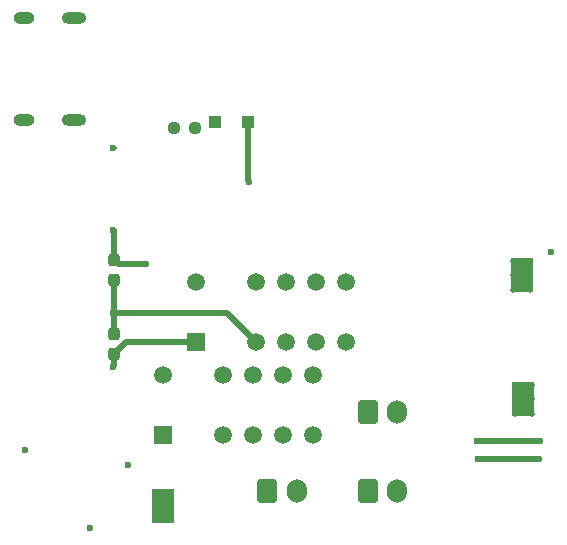
<source format=gbr>
%TF.GenerationSoftware,KiCad,Pcbnew,9.0.2*%
%TF.CreationDate,2025-10-13T00:09:24+02:00*%
%TF.ProjectId,STM32 RC AUTO,53544d33-3220-4524-9320-4155544f2e6b,rev?*%
%TF.SameCoordinates,Original*%
%TF.FileFunction,Copper,L4,Bot*%
%TF.FilePolarity,Positive*%
%FSLAX46Y46*%
G04 Gerber Fmt 4.6, Leading zero omitted, Abs format (unit mm)*
G04 Created by KiCad (PCBNEW 9.0.2) date 2025-10-13 00:09:24*
%MOMM*%
%LPD*%
G01*
G04 APERTURE LIST*
G04 Aperture macros list*
%AMRoundRect*
0 Rectangle with rounded corners*
0 $1 Rounding radius*
0 $2 $3 $4 $5 $6 $7 $8 $9 X,Y pos of 4 corners*
0 Add a 4 corners polygon primitive as box body*
4,1,4,$2,$3,$4,$5,$6,$7,$8,$9,$2,$3,0*
0 Add four circle primitives for the rounded corners*
1,1,$1+$1,$2,$3*
1,1,$1+$1,$4,$5*
1,1,$1+$1,$6,$7*
1,1,$1+$1,$8,$9*
0 Add four rect primitives between the rounded corners*
20,1,$1+$1,$2,$3,$4,$5,0*
20,1,$1+$1,$4,$5,$6,$7,0*
20,1,$1+$1,$6,$7,$8,$9,0*
20,1,$1+$1,$8,$9,$2,$3,0*%
G04 Aperture macros list end*
%TA.AperFunction,ComponentPad*%
%ADD10RoundRect,0.250000X-0.600000X-0.750000X0.600000X-0.750000X0.600000X0.750000X-0.600000X0.750000X0*%
%TD*%
%TA.AperFunction,ComponentPad*%
%ADD11O,1.700000X2.000000*%
%TD*%
%TA.AperFunction,HeatsinkPad*%
%ADD12C,0.500000*%
%TD*%
%TA.AperFunction,HeatsinkPad*%
%ADD13R,1.900000X2.900000*%
%TD*%
%TA.AperFunction,SMDPad,CuDef*%
%ADD14RoundRect,0.237500X-0.237500X0.300000X-0.237500X-0.300000X0.237500X-0.300000X0.237500X0.300000X0*%
%TD*%
%TA.AperFunction,SMDPad,CuDef*%
%ADD15RoundRect,0.250000X0.300000X0.300000X-0.300000X0.300000X-0.300000X-0.300000X0.300000X-0.300000X0*%
%TD*%
%TA.AperFunction,ComponentPad*%
%ADD16R,1.508000X1.508000*%
%TD*%
%TA.AperFunction,ComponentPad*%
%ADD17C,1.508000*%
%TD*%
%TA.AperFunction,SMDPad,CuDef*%
%ADD18RoundRect,0.237500X-0.250000X-0.237500X0.250000X-0.237500X0.250000X0.237500X-0.250000X0.237500X0*%
%TD*%
%TA.AperFunction,HeatsinkPad*%
%ADD19O,2.100000X1.000000*%
%TD*%
%TA.AperFunction,HeatsinkPad*%
%ADD20O,1.800000X1.000000*%
%TD*%
%TA.AperFunction,ViaPad*%
%ADD21C,0.600000*%
%TD*%
%TA.AperFunction,Conductor*%
%ADD22C,0.500000*%
%TD*%
G04 APERTURE END LIST*
D10*
%TO.P,J4,1,Pin_1*%
%TO.N,Net-(J4-Pin_1)*%
X83000000Y-133975000D03*
D11*
%TO.P,J4,2,Pin_2*%
%TO.N,GND*%
X85500000Y-133975000D03*
%TD*%
D10*
%TO.P,J3,1,Pin_1*%
%TO.N,Net-(J3-Pin_1)*%
X83000000Y-140725000D03*
D11*
%TO.P,J3,2,Pin_2*%
%TO.N,Net-(J3-Pin_2)*%
X85500000Y-140725000D03*
%TD*%
D10*
%TO.P,J2,1,Pin_1*%
%TO.N,Net-(J2-Pin_1)*%
X74500000Y-140725000D03*
D11*
%TO.P,J2,2,Pin_2*%
%TO.N,Net-(J2-Pin_2)*%
X77000000Y-140725000D03*
%TD*%
D12*
%TO.P,U6,9,EPAD*%
%TO.N,Net-(J3-Pin_2)*%
X96900000Y-134150000D03*
X96900000Y-132950000D03*
X96900000Y-131750000D03*
D13*
X96200000Y-132950000D03*
D12*
X95500000Y-134150000D03*
X95500000Y-132950000D03*
X95500000Y-131750000D03*
%TD*%
%TO.P,U3,9,EPAD*%
%TO.N,Net-(J2-Pin_2)*%
X65000000Y-140750000D03*
X65000000Y-141950000D03*
X65000000Y-143150000D03*
D13*
X65700000Y-141950000D03*
D12*
X66400000Y-140750000D03*
X66400000Y-141950000D03*
X66400000Y-143150000D03*
%TD*%
%TO.P,U8,9,EPAD*%
%TO.N,GND*%
X96750000Y-123650000D03*
X96750000Y-122450000D03*
X96750000Y-121250000D03*
D13*
X96050000Y-122450000D03*
D12*
X95350000Y-123650000D03*
X95350000Y-122450000D03*
X95350000Y-121250000D03*
%TD*%
D14*
%TO.P,C10,1*%
%TO.N,Net-(J3-Pin_2)*%
X61500000Y-127387500D03*
%TO.P,C10,2*%
%TO.N,VCC*%
X61500000Y-129112500D03*
%TD*%
%TO.P,C7,1*%
%TO.N,Net-(J2-Pin_2)*%
X61500000Y-121137500D03*
%TO.P,C7,2*%
%TO.N,Net-(J3-Pin_2)*%
X61500000Y-122862500D03*
%TD*%
D15*
%TO.P,D7,1,K*%
%TO.N,VCC*%
X72900000Y-109500000D03*
%TO.P,D7,2,A*%
%TO.N,Net-(D7-A)*%
X70100000Y-109500000D03*
%TD*%
D16*
%TO.P,K2,1*%
%TO.N,VCC*%
X68450000Y-128090000D03*
D17*
%TO.P,K2,12*%
%TO.N,Net-(D9-A)*%
X68450000Y-123010000D03*
%TO.P,K2,10*%
%TO.N,unconnected-(K2-Pad10)*%
X73530000Y-123010000D03*
%TO.P,K2,3*%
%TO.N,Net-(J3-Pin_2)*%
X73530000Y-128090000D03*
%TO.P,K2,9*%
%TO.N,unconnected-(K2-Pad9)*%
X76070000Y-123010000D03*
%TO.P,K2,8*%
%TO.N,unconnected-(K2-Pad8)*%
X78610000Y-123010000D03*
%TO.P,K2,7*%
%TO.N,N/C*%
X81150000Y-123010000D03*
%TO.P,K2,4*%
%TO.N,Net-(J4-Pin_1)*%
X76070000Y-128090000D03*
%TO.P,K2,5*%
%TO.N,unconnected-(K2-Pad5)*%
X78610000Y-128090000D03*
%TO.P,K2,6*%
%TO.N,N/C*%
X81150000Y-128090000D03*
%TD*%
D16*
%TO.P,K1,1*%
%TO.N,VCC*%
X65670000Y-136000000D03*
D17*
%TO.P,K1,12*%
%TO.N,Net-(D8-A)*%
X65670000Y-130920000D03*
%TO.P,K1,10*%
%TO.N,VDD*%
X70750000Y-130920000D03*
%TO.P,K1,3*%
%TO.N,Net-(J2-Pin_2)*%
X70750000Y-136000000D03*
%TO.P,K1,9*%
%TO.N,Net-(J2-Pin_1)*%
X73290000Y-130920000D03*
%TO.P,K1,8*%
%TO.N,unconnected-(K1-Pad8)*%
X75830000Y-130920000D03*
%TO.P,K1,7*%
%TO.N,N/C*%
X78370000Y-130920000D03*
%TO.P,K1,4*%
%TO.N,Net-(J3-Pin_1)*%
X73290000Y-136000000D03*
%TO.P,K1,5*%
%TO.N,unconnected-(K1-Pad5)*%
X75830000Y-136000000D03*
%TO.P,K1,6*%
%TO.N,N/C*%
X78370000Y-136000000D03*
%TD*%
D18*
%TO.P,R3,1*%
%TO.N,Net-(VR1-FEEDBACK)*%
X66587500Y-110000000D03*
%TO.P,R3,2*%
%TO.N,GND*%
X68412500Y-110000000D03*
%TD*%
D19*
%TO.P,J1,S1,SHIELD*%
%TO.N,GND*%
X58125000Y-100680000D03*
D20*
X53925000Y-100680000D03*
D19*
X58125000Y-109320000D03*
D20*
X53925000Y-109320000D03*
%TD*%
D21*
%TO.N,Net-(J3-Pin_2)*%
X98500000Y-120500000D03*
%TO.N,Net-(J2-Pin_1)*%
X62750000Y-138500000D03*
%TO.N,Net-(D3-A)*%
X92250000Y-136500000D03*
X97625000Y-136500000D03*
%TO.N,Net-(D4-A)*%
X97500000Y-138000000D03*
X92337500Y-138000000D03*
%TO.N,Net-(J2-Pin_2)*%
X64250000Y-121500000D03*
%TO.N,Net-(D1-A)*%
X59500000Y-143875000D03*
X54000000Y-137250000D03*
%TO.N,Net-(U1-OUT)*%
X61450000Y-111647500D03*
%TO.N,VCC*%
X61450000Y-130207500D03*
%TO.N,Net-(J2-Pin_2)*%
X61450000Y-118647500D03*
%TO.N,Net-(J3-Pin_2)*%
X61450000Y-125647500D03*
%TO.N,Net-(VR1-FEEDBACK)*%
X66800000Y-110000000D03*
%TO.N,GND*%
X68412500Y-110000000D03*
%TO.N,VCC*%
X72940915Y-114500000D03*
%TO.N,Net-(D7-A)*%
X70100000Y-109500000D03*
%TD*%
D22*
%TO.N,VCC*%
X62522500Y-128090000D02*
X61500000Y-129112500D01*
X68450000Y-128090000D02*
X62522500Y-128090000D01*
%TO.N,Net-(J3-Pin_2)*%
X71087500Y-125647500D02*
X73530000Y-128090000D01*
X61450000Y-125647500D02*
X71087500Y-125647500D01*
%TO.N,Net-(D3-A)*%
X92250000Y-136500000D02*
X97625000Y-136500000D01*
%TO.N,Net-(D4-A)*%
X97500000Y-138000000D02*
X92337500Y-138000000D01*
%TO.N,Net-(J2-Pin_2)*%
X61862500Y-121500000D02*
X61500000Y-121137500D01*
X64250000Y-121500000D02*
X61862500Y-121500000D01*
%TO.N,VCC*%
X61500000Y-130157500D02*
X61450000Y-130207500D01*
X61500000Y-129112500D02*
X61500000Y-130157500D01*
%TO.N,Net-(J3-Pin_2)*%
X61500000Y-125697500D02*
X61450000Y-125647500D01*
X61500000Y-127387500D02*
X61500000Y-125697500D01*
%TO.N,Net-(U1-OUT)*%
X61500000Y-111697500D02*
X61450000Y-111647500D01*
%TO.N,Net-(J2-Pin_2)*%
X61500000Y-118597500D02*
X61450000Y-118647500D01*
X61500000Y-118697500D02*
X61450000Y-118647500D01*
X61500000Y-121137500D02*
X61500000Y-118697500D01*
%TO.N,Net-(J3-Pin_2)*%
X61500000Y-125597500D02*
X61450000Y-125647500D01*
X61500000Y-122862500D02*
X61500000Y-125597500D01*
%TO.N,Net-(VR1-FEEDBACK)*%
X66587500Y-110000000D02*
X66800000Y-110000000D01*
%TO.N,VCC*%
X72900000Y-114459085D02*
X72940915Y-114500000D01*
X72900000Y-109500000D02*
X72900000Y-114459085D01*
%TD*%
M02*

</source>
